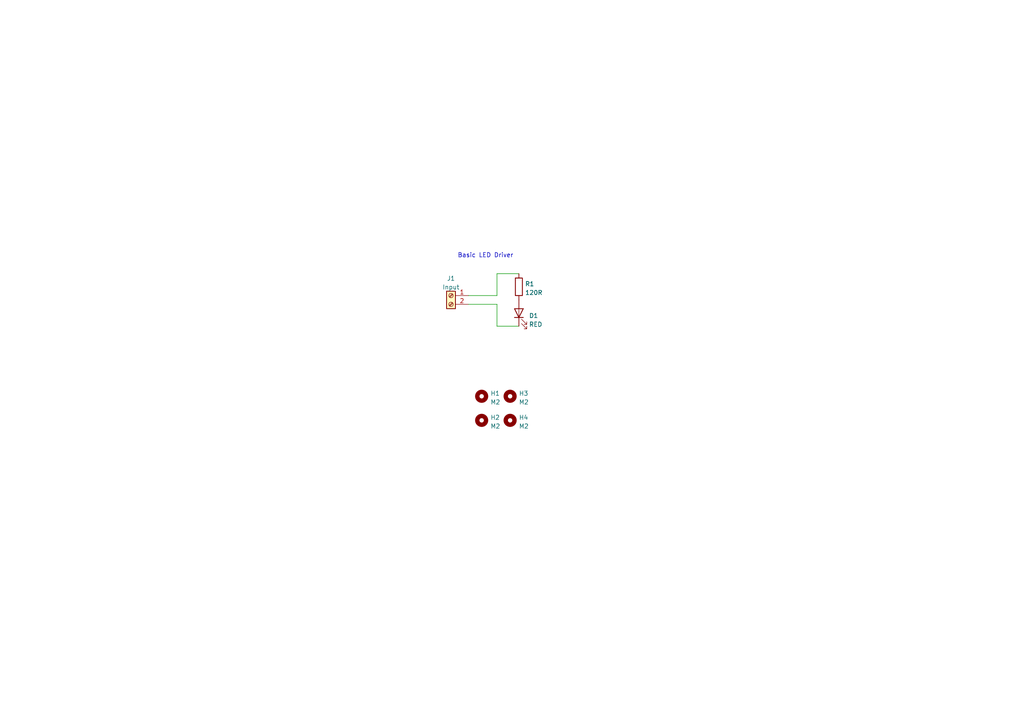
<source format=kicad_sch>
(kicad_sch (version 20211123) (generator eeschema)
  (paper "A4")
  (lib_symbols
    (symbol "Connector:Screw_Terminal_01x02" (pin_names (offset 1.016) hide)
      (property "Reference" "J" (at 0 2.54 0))
      (property "Value" "Screw_Terminal_01x02" (at 0 -5.08 0))
      (symbol "Screw_Terminal_01x02_1_1"
        (rectangle (start -1.27 1.27) (end 1.27 -3.81) (stroke (width 0.254)) (fill (type background)))
        (circle (center 0 -2.54) (radius 0.635) (stroke (width 0.1524)))
        (polyline (pts (xy -0.5334 -2.2098) (xy 0.3302 -3.048)) (stroke (width 0.1524)))
        (polyline (pts (xy -0.5334 0.3302) (xy 0.3302 -0.508)) (stroke (width 0.1524)))
        (polyline (pts (xy -0.3556 -2.032) (xy 0.508 -2.8702)) (stroke (width 0.1524)))
        (polyline (pts (xy -0.3556 0.508) (xy 0.508 -0.3302)) (stroke (width 0.1524)))
        (circle (center 0 0) (radius 0.635) (stroke (width 0.1524)))
        (pin passive line (at -5.08 0 0) (length 3.81) (name "Pin_1") (number "1"))
        (pin passive line (at -5.08 -2.54 0) (length 3.81) (name "Pin_2") (number "2"))
      )
    )
    (symbol "Device:LED" (pin_numbers hide) (pin_names (offset 1.016) hide)
      (property "Reference" "D" (at 0 2.54 0))
      (property "Value" "LED" (at 0 -2.54 0))
      (symbol "LED_0_1"
        (polyline (pts (xy -1.27 -1.27) (xy -1.27 1.27)) (stroke (width 0.254)))
        (polyline (pts (xy -1.27 0) (xy 1.27 0)))
        (polyline (pts (xy 1.27 -1.27) (xy 1.27 1.27) (xy -1.27 0) (xy 1.27 -1.27)) (stroke (width 0.254)))
        (polyline (pts (xy -3.048 -0.762) (xy -4.572 -2.286) (xy -3.81 -2.286) (xy -4.572 -2.286) (xy -4.572 -1.524)))
        (polyline (pts (xy -1.778 -0.762) (xy -3.302 -2.286) (xy -2.54 -2.286) (xy -3.302 -2.286) (xy -3.302 -1.524)))
      )
      (symbol "LED_1_1"
        (pin passive line (at -3.81 0 0) (length 2.54) (name "K") (number "1"))
        (pin passive line (at 3.81 0 180) (length 2.54) (name "A") (number "2"))
      )
    )
    (symbol "Device:R" (pin_numbers hide) (pin_names (offset 0))
      (property "Reference" "R" (at 2.032 0 90))
      (property "Value" "R" (at 0 0 90))
      (symbol "R_0_1"
        (rectangle (start -1.016 -2.54) (end 1.016 2.54) (stroke (width 0.254)))
      )
      (symbol "R_1_1"
        (pin passive line (at 0 3.81 270) (length 1.27) (name "~") (number "1"))
        (pin passive line (at 0 -3.81 90) (length 1.27) (name "~") (number "2"))
      )
    )
    (symbol "Mechanical:MountingHole" (pin_names (offset 1.016))
      (property "Reference" "H" (at 0 5.08 0))
      (property "Value" "MountingHole" (at 0 3.175 0))
      (symbol "MountingHole_0_1"
        (circle (center 0 0) (radius 1.27) (stroke (width 1.27)))
      )
    )
  )
  (wire (pts (xy 150.495 94.615) (xy 144.145 94.615)))
  (wire (pts (xy 144.145 94.615) (xy 144.145 88.265)))
  (wire (pts (xy 144.145 88.265) (xy 135.89 88.265)))
  (wire (pts (xy 135.89 85.725) (xy 144.145 85.725)))
  (wire (pts (xy 144.145 85.725) (xy 144.145 79.375)))
  (wire (pts (xy 144.145 79.375) (xy 150.495 79.375)))
  (text "Basic LED Driver" (at 132.715 74.93 0) (effects (font (size 1.27 1.27)) (justify left bottom)))
  (symbol (lib_id "Mechanical:MountingHole") (at 147.955 114.935 0) (unit 1)
    (property "Reference" "H3" (at 150.495 114.1003 0) (effects (justify left)))
    (property "Value" "M2" (at 150.495 116.6372 0) (effects (justify left)))
    (property "Footprint" "MountingHole:MountingHole_2.2mm_M2" (effects hide))
  )
  (symbol (lib_id "Mechanical:MountingHole") (at 147.955 121.92 0) (unit 1)
    (property "Reference" "H4" (at 150.495 121.0853 0) (effects (justify left)))
    (property "Value" "M2" (at 150.495 123.6222 0) (effects (justify left)))
    (property "Footprint" "MountingHole:MountingHole_2.2mm_M2" (effects hide))
  )
  (symbol (lib_id "Mechanical:MountingHole") (at 139.7 114.935 0) (unit 1)
    (property "Reference" "H1" (at 142.24 114.1003 0) (effects (justify left)))
    (property "Value" "M2" (at 142.24 116.6372 0) (effects (justify left)))
    (property "Footprint" "MountingHole:MountingHole_2.2mm_M2" (effects hide))
  )
  (symbol (lib_id "Device:R") (at 150.495 83.185 0) (unit 1)
    (property "Reference" "R1" (at 152.273 82.3503 0) (effects (justify left)))
    (property "Value" "120R" (at 152.273 84.8872 0) (effects (justify left)))
    (property "Footprint" "Resistor_SMD:R_0805_2012Metric" (effects hide))
  )
  (symbol (lib_id "Mechanical:MountingHole") (at 139.7 121.92 0) (unit 1)
    (property "Reference" "H2" (at 142.24 121.0853 0) (effects (justify left)))
    (property "Value" "M2" (at 142.24 123.6222 0) (effects (justify left)))
    (property "Footprint" "MountingHole:MountingHole_2.2mm_M2" (effects hide))
  )
  (symbol (lib_id "Connector:Screw_Terminal_01x02") (at 130.81 85.725 0) (mirror y) (unit 1)
    (property "Reference" "J1" (at 130.81 80.7552 0))
    (property "Value" "Input" (at 130.81 83.2921 0))
    (property "Footprint" "TerminalBlock_Phoenix:TerminalBlock_Phoenix_PT-1,5-2-3.5-H_1x02_P3.50mm_Horizontal" (effects hide))
  )
  (symbol (lib_id "Device:LED") (at 150.495 90.805 90) (unit 1)
    (property "Reference" "D1" (at 153.416 91.5578 90) (effects (justify right)))
    (property "Value" "RED" (at 153.416 94.0947 90) (effects (justify right)))
    (property "Footprint" "LED_SMD:LED_0805_2012Metric" (effects hide))
  )
)
</source>
